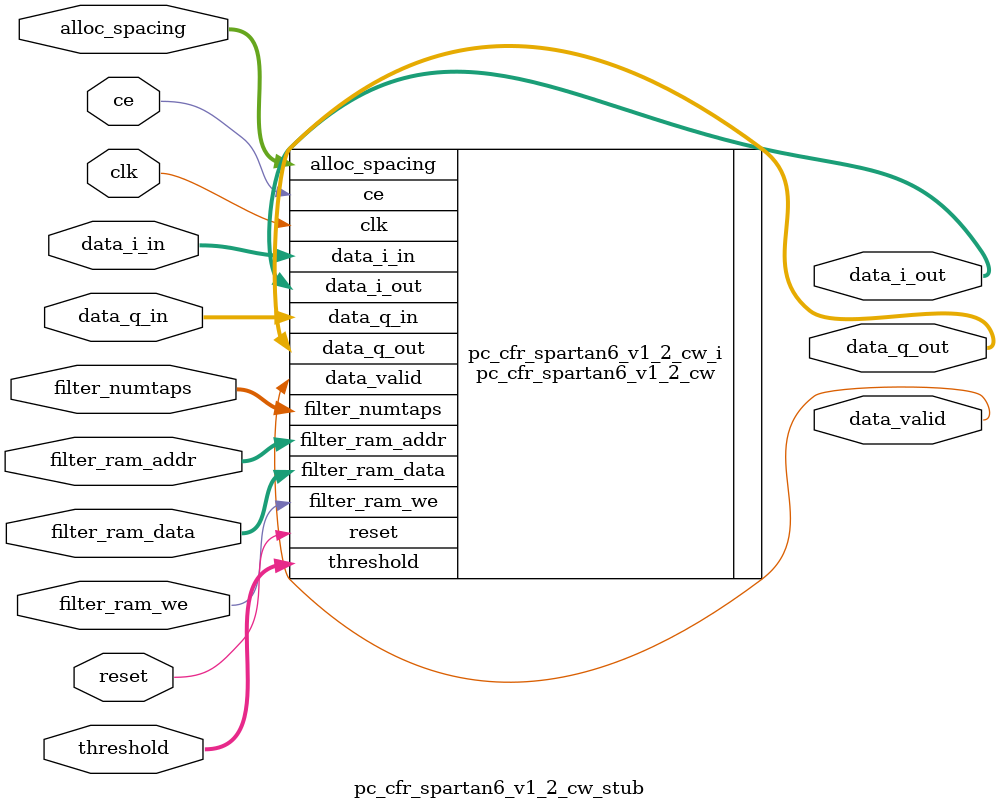
<source format=v>
`timescale 1ns / 1ps


module pc_cfr_spartan6_v1_2_cw_stub
(
  alloc_spacing,
  ce,
  clk,// clock period = 3.5 ns (285.7142857142857 Mhz)
  data_i_in,
  data_i_out,
  data_q_in,
  data_q_out,
  data_valid,
  filter_numtaps,
  filter_ram_addr,
  filter_ram_data,
  filter_ram_we,
  reset,
  threshold
  );

  input [7:0] alloc_spacing;
  input  ce;
  input  clk;// clock period = 3.5 ns (285.7142857142857 Mhz)
  input [15:0] data_i_in;
  output [15:0] data_i_out;
  input [15:0] data_q_in;
  output [15:0] data_q_out;
  output [0:0] data_valid;
  input [8:0] filter_numtaps;
  input [8:0] filter_ram_addr;
  input [31:0] filter_ram_data;
  input [0:0] filter_ram_we;
  input [0:0] reset;
  input [15:0] threshold;

pc_cfr_spartan6_v1_2_cw pc_cfr_spartan6_v1_2_cw_i (
  .alloc_spacing(alloc_spacing),
  .ce(ce),
  .clk(clk),
  .data_i_in(data_i_in),
  .data_i_out(data_i_out),
  .data_q_in(data_q_in),
  .data_q_out(data_q_out),
  .data_valid(data_valid),
  .filter_numtaps(filter_numtaps),
  .filter_ram_addr(filter_ram_addr),
  .filter_ram_data(filter_ram_data),
  .filter_ram_we(filter_ram_we),
  .reset(reset),
  .threshold(threshold));

endmodule 

</source>
